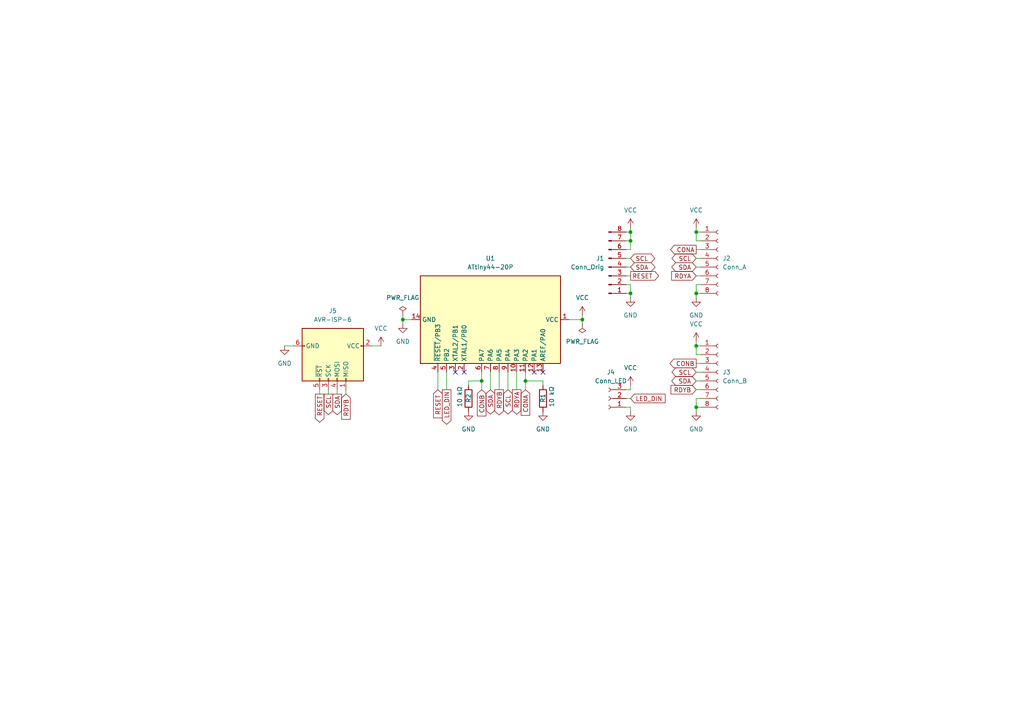
<source format=kicad_sch>
(kicad_sch (version 20211123) (generator eeschema)
  (paper "A4")
  (lib_symbols
    (symbol "Connector:AVR-ISP-6" (pin_names (offset 1.016))
      (property "Reference" "J" (at -6.35 11.43 0))
      (property "Value" "AVR-ISP-6" (at 0 11.43 0))
      (symbol "AVR-ISP-6_0_1"
        (rectangle (start -2.667 -6.858) (end -2.413 -7.62))
        (rectangle (start -2.667 10.16) (end -2.413 9.398))
        (rectangle (start 7.62 -2.413) (end 6.858 -2.667))
        (rectangle (start 7.62 0.127) (end 6.858 -0.127))
        (rectangle (start 7.62 2.667) (end 6.858 2.413))
        (rectangle (start 7.62 5.207) (end 6.858 4.953))
        (rectangle (start 7.62 10.16) (end -7.62 -7.62) (stroke (width 0.254)) (fill (type background)))
      )
      (symbol "AVR-ISP-6_1_1"
        (pin passive line (at 10.16 5.08 180) (length 2.54) (name "MISO") (number "1"))
        (pin passive line (at -2.54 12.7 270) (length 2.54) (name "VCC") (number "2"))
        (pin passive line (at 10.16 0 180) (length 2.54) (name "SCK") (number "3"))
        (pin passive line (at 10.16 2.54 180) (length 2.54) (name "MOSI") (number "4"))
        (pin passive line (at 10.16 -2.54 180) (length 2.54) (name "~{RST}") (number "5"))
        (pin passive line (at -2.54 -10.16 90) (length 2.54) (name "GND") (number "6"))
      )
    )
    (symbol "Connector:Conn_01x03_Female" (pin_names (offset 1.016) hide)
      (property "Reference" "J" (at 0 5.08 0))
      (property "Value" "Conn_01x03_Female" (at 0 -5.08 0))
      (symbol "Conn_01x03_Female_1_1"
        (arc (start 0 -2.032) (mid -0.508 -2.54) (end 0 -3.048) (stroke (width 0.1524)))
        (polyline (pts (xy -1.27 -2.54) (xy -0.508 -2.54)) (stroke (width 0.1524)))
        (polyline (pts (xy -1.27 0) (xy -0.508 0)) (stroke (width 0.1524)))
        (polyline (pts (xy -1.27 2.54) (xy -0.508 2.54)) (stroke (width 0.1524)))
        (arc (start 0 0.508) (mid -0.508 0) (end 0 -0.508) (stroke (width 0.1524)))
        (arc (start 0 3.048) (mid -0.508 2.54) (end 0 2.032) (stroke (width 0.1524)))
        (pin passive line (at -5.08 2.54 0) (length 3.81) (name "Pin_1") (number "1"))
        (pin passive line (at -5.08 0 0) (length 3.81) (name "Pin_2") (number "2"))
        (pin passive line (at -5.08 -2.54 0) (length 3.81) (name "Pin_3") (number "3"))
      )
    )
    (symbol "Connector:Conn_01x08_Female" (pin_names (offset 1.016) hide)
      (property "Reference" "J" (at 0 10.16 0))
      (property "Value" "Conn_01x08_Female" (at 0 -12.7 0))
      (symbol "Conn_01x08_Female_1_1"
        (arc (start 0 -9.652) (mid -0.508 -10.16) (end 0 -10.668) (stroke (width 0.1524)))
        (arc (start 0 -7.112) (mid -0.508 -7.62) (end 0 -8.128) (stroke (width 0.1524)))
        (arc (start 0 -4.572) (mid -0.508 -5.08) (end 0 -5.588) (stroke (width 0.1524)))
        (arc (start 0 -2.032) (mid -0.508 -2.54) (end 0 -3.048) (stroke (width 0.1524)))
        (polyline (pts (xy -1.27 -10.16) (xy -0.508 -10.16)) (stroke (width 0.1524)))
        (polyline (pts (xy -1.27 -7.62) (xy -0.508 -7.62)) (stroke (width 0.1524)))
        (polyline (pts (xy -1.27 -5.08) (xy -0.508 -5.08)) (stroke (width 0.1524)))
        (polyline (pts (xy -1.27 -2.54) (xy -0.508 -2.54)) (stroke (width 0.1524)))
        (polyline (pts (xy -1.27 0) (xy -0.508 0)) (stroke (width 0.1524)))
        (polyline (pts (xy -1.27 2.54) (xy -0.508 2.54)) (stroke (width 0.1524)))
        (polyline (pts (xy -1.27 5.08) (xy -0.508 5.08)) (stroke (width 0.1524)))
        (polyline (pts (xy -1.27 7.62) (xy -0.508 7.62)) (stroke (width 0.1524)))
        (arc (start 0 0.508) (mid -0.508 0) (end 0 -0.508) (stroke (width 0.1524)))
        (arc (start 0 3.048) (mid -0.508 2.54) (end 0 2.032) (stroke (width 0.1524)))
        (arc (start 0 5.588) (mid -0.508 5.08) (end 0 4.572) (stroke (width 0.1524)))
        (arc (start 0 8.128) (mid -0.508 7.62) (end 0 7.112) (stroke (width 0.1524)))
        (pin passive line (at -5.08 7.62 0) (length 3.81) (name "Pin_1") (number "1"))
        (pin passive line (at -5.08 5.08 0) (length 3.81) (name "Pin_2") (number "2"))
        (pin passive line (at -5.08 2.54 0) (length 3.81) (name "Pin_3") (number "3"))
        (pin passive line (at -5.08 0 0) (length 3.81) (name "Pin_4") (number "4"))
        (pin passive line (at -5.08 -2.54 0) (length 3.81) (name "Pin_5") (number "5"))
        (pin passive line (at -5.08 -5.08 0) (length 3.81) (name "Pin_6") (number "6"))
        (pin passive line (at -5.08 -7.62 0) (length 3.81) (name "Pin_7") (number "7"))
        (pin passive line (at -5.08 -10.16 0) (length 3.81) (name "Pin_8") (number "8"))
      )
    )
    (symbol "Connector:Conn_01x08_Male" (pin_names (offset 1.016) hide)
      (property "Reference" "J" (at 0 10.16 0))
      (property "Value" "Conn_01x08_Male" (at 0 -12.7 0))
      (symbol "Conn_01x08_Male_1_1"
        (polyline (pts (xy 1.27 -10.16) (xy 0.8636 -10.16)) (stroke (width 0.1524)))
        (polyline (pts (xy 1.27 -7.62) (xy 0.8636 -7.62)) (stroke (width 0.1524)))
        (polyline (pts (xy 1.27 -5.08) (xy 0.8636 -5.08)) (stroke (width 0.1524)))
        (polyline (pts (xy 1.27 -2.54) (xy 0.8636 -2.54)) (stroke (width 0.1524)))
        (polyline (pts (xy 1.27 0) (xy 0.8636 0)) (stroke (width 0.1524)))
        (polyline (pts (xy 1.27 2.54) (xy 0.8636 2.54)) (stroke (width 0.1524)))
        (polyline (pts (xy 1.27 5.08) (xy 0.8636 5.08)) (stroke (width 0.1524)))
        (polyline (pts (xy 1.27 7.62) (xy 0.8636 7.62)) (stroke (width 0.1524)))
        (rectangle (start 0.8636 -10.033) (end 0 -10.287) (stroke (width 0.1524)) (fill (type outline)))
        (rectangle (start 0.8636 -7.493) (end 0 -7.747) (stroke (width 0.1524)) (fill (type outline)))
        (rectangle (start 0.8636 -4.953) (end 0 -5.207) (stroke (width 0.1524)) (fill (type outline)))
        (rectangle (start 0.8636 -2.413) (end 0 -2.667) (stroke (width 0.1524)) (fill (type outline)))
        (rectangle (start 0.8636 0.127) (end 0 -0.127) (stroke (width 0.1524)) (fill (type outline)))
        (rectangle (start 0.8636 2.667) (end 0 2.413) (stroke (width 0.1524)) (fill (type outline)))
        (rectangle (start 0.8636 5.207) (end 0 4.953) (stroke (width 0.1524)) (fill (type outline)))
        (rectangle (start 0.8636 7.747) (end 0 7.493) (stroke (width 0.1524)) (fill (type outline)))
        (pin passive line (at 5.08 7.62 180) (length 3.81) (name "Pin_1") (number "1"))
        (pin passive line (at 5.08 5.08 180) (length 3.81) (name "Pin_2") (number "2"))
        (pin passive line (at 5.08 2.54 180) (length 3.81) (name "Pin_3") (number "3"))
        (pin passive line (at 5.08 0 180) (length 3.81) (name "Pin_4") (number "4"))
        (pin passive line (at 5.08 -2.54 180) (length 3.81) (name "Pin_5") (number "5"))
        (pin passive line (at 5.08 -5.08 180) (length 3.81) (name "Pin_6") (number "6"))
        (pin passive line (at 5.08 -7.62 180) (length 3.81) (name "Pin_7") (number "7"))
        (pin passive line (at 5.08 -10.16 180) (length 3.81) (name "Pin_8") (number "8"))
      )
    )
    (symbol "Device:R" (pin_numbers hide) (pin_names (offset 0))
      (property "Reference" "R" (at 2.032 0 90))
      (property "Value" "R" (at 0 0 90))
      (symbol "R_0_1"
        (rectangle (start -1.016 -2.54) (end 1.016 2.54) (stroke (width 0.254)))
      )
      (symbol "R_1_1"
        (pin passive line (at 0 3.81 270) (length 1.27) (name "~") (number "1"))
        (pin passive line (at 0 -3.81 90) (length 1.27) (name "~") (number "2"))
      )
    )
    (symbol "MCU_Microchip_ATtiny:ATtiny44-20P"
      (property "Reference" "U" (at -12.7 21.59 0))
      (property "Value" "ATtiny44-20P" (at 2.54 -21.59 0))
      (symbol "ATtiny44-20P_0_1"
        (rectangle (start -12.7 -20.32) (end 12.7 20.32) (stroke (width 0.254)) (fill (type background)))
      )
      (symbol "ATtiny44-20P_1_1"
        (pin power_in line (at 0 22.86 270) (length 2.54) (name "VCC") (number "1"))
        (pin bidirectional line (at 15.24 7.62 180) (length 2.54) (name "PA3") (number "10"))
        (pin bidirectional line (at 15.24 10.16 180) (length 2.54) (name "PA2") (number "11"))
        (pin bidirectional line (at 15.24 12.7 180) (length 2.54) (name "PA1") (number "12"))
        (pin bidirectional line (at 15.24 15.24 180) (length 2.54) (name "AREF/PA0") (number "13"))
        (pin power_in line (at 0 -22.86 90) (length 2.54) (name "GND") (number "14"))
        (pin bidirectional line (at 15.24 -7.62 180) (length 2.54) (name "XTAL1/PB0") (number "2"))
        (pin bidirectional line (at 15.24 -10.16 180) (length 2.54) (name "XTAL2/PB1") (number "3"))
        (pin bidirectional line (at 15.24 -15.24 180) (length 2.54) (name "~{RESET}/PB3") (number "4"))
        (pin bidirectional line (at 15.24 -12.7 180) (length 2.54) (name "PB2") (number "5"))
        (pin bidirectional line (at 15.24 -2.54 180) (length 2.54) (name "PA7") (number "6"))
        (pin bidirectional line (at 15.24 0 180) (length 2.54) (name "PA6") (number "7"))
        (pin bidirectional line (at 15.24 2.54 180) (length 2.54) (name "PA5") (number "8"))
        (pin bidirectional line (at 15.24 5.08 180) (length 2.54) (name "PA4") (number "9"))
      )
    )
    (symbol "power:GND" (power) (pin_names (offset 0))
      (property "Value" "GND" (at 0 -3.81 0))
      (symbol "GND_0_1"
        (polyline (pts (xy 0 0) (xy 0 -1.27) (xy 1.27 -1.27) (xy 0 -2.54) (xy -1.27 -1.27) (xy 0 -1.27)))
      )
      (symbol "GND_1_1"
        (pin power_in line (at 0 0 270) (length 0) hide (name "GND") (number "1"))
      )
    )
    (symbol "power:PWR_FLAG" (power) (pin_numbers hide) (pin_names (offset 0) hide)
      (property "Value" "PWR_FLAG" (at 0 3.81 0))
      (symbol "PWR_FLAG_0_0"
        (pin power_out line (at 0 0 90) (length 0) (name "pwr") (number "1"))
      )
      (symbol "PWR_FLAG_0_1"
        (polyline (pts (xy 0 0) (xy 0 1.27) (xy -1.016 1.905) (xy 0 2.54) (xy 1.016 1.905) (xy 0 1.27)))
      )
    )
    (symbol "power:VCC" (power) (pin_names (offset 0))
      (property "Value" "VCC" (at 0 3.81 0))
      (symbol "VCC_0_1"
        (polyline (pts (xy -0.762 1.27) (xy 0 2.54)))
        (polyline (pts (xy 0 0) (xy 0 2.54)))
        (polyline (pts (xy 0 2.54) (xy 0.762 1.27)))
      )
      (symbol "VCC_1_1"
        (pin power_in line (at 0 0 90) (length 0) hide (name "VCC") (number "1"))
      )
    )
  )
  (junction (at 139.7 110.49))
  (junction (at 116.84 92.71))
  (junction (at 201.93 100.33))
  (junction (at 201.93 85.09))
  (junction (at 201.93 67.31))
  (junction (at 182.88 69.85))
  (junction (at 152.4 110.49))
  (junction (at 168.91 92.71))
  (junction (at 201.93 118.11))
  (junction (at 182.88 67.31))
  (junction (at 182.88 85.09))
  (no_connect (at 134.62 107.95))
  (no_connect (at 154.94 107.95))
  (no_connect (at 132.08 107.95))
  (no_connect (at 157.48 107.95))
  (wire (pts (xy 147.32 107.95) (xy 147.32 113.03)))
  (wire (pts (xy 203.2 102.87) (xy 201.93 102.87)))
  (wire (pts (xy 92.71 114.3) (xy 92.71 113.03)))
  (wire (pts (xy 201.93 67.31) (xy 201.93 66.04)))
  (wire (pts (xy 201.93 100.33) (xy 203.2 100.33)))
  (wire (pts (xy 181.61 80.01) (xy 182.88 80.01)))
  (wire (pts (xy 129.54 107.95) (xy 129.54 113.03)))
  (wire (pts (xy 116.84 91.44) (xy 116.84 92.71)))
  (wire (pts (xy 181.61 82.55) (xy 182.88 82.55)))
  (wire (pts (xy 182.88 113.03) (xy 181.61 113.03)))
  (wire (pts (xy 201.93 102.87) (xy 201.93 100.33)))
  (wire (pts (xy 97.79 114.3) (xy 97.79 113.03)))
  (wire (pts (xy 201.93 72.39) (xy 203.2 72.39)))
  (wire (pts (xy 168.91 92.71) (xy 165.1 92.71)))
  (wire (pts (xy 168.91 93.98) (xy 168.91 92.71)))
  (wire (pts (xy 100.33 114.3) (xy 100.33 113.03)))
  (wire (pts (xy 201.93 86.36) (xy 201.93 85.09)))
  (wire (pts (xy 135.89 111.76) (xy 135.89 110.49)))
  (wire (pts (xy 181.61 69.85) (xy 182.88 69.85)))
  (wire (pts (xy 116.84 92.71) (xy 119.38 92.71)))
  (wire (pts (xy 152.4 110.49) (xy 152.4 113.03)))
  (wire (pts (xy 201.93 100.33) (xy 201.93 99.06)))
  (wire (pts (xy 181.61 77.47) (xy 182.88 77.47)))
  (wire (pts (xy 201.93 82.55) (xy 203.2 82.55)))
  (wire (pts (xy 152.4 107.95) (xy 152.4 110.49)))
  (wire (pts (xy 139.7 110.49) (xy 139.7 113.03)))
  (wire (pts (xy 181.61 74.93) (xy 182.88 74.93)))
  (wire (pts (xy 181.61 115.57) (xy 182.88 115.57)))
  (wire (pts (xy 181.61 67.31) (xy 182.88 67.31)))
  (wire (pts (xy 182.88 82.55) (xy 182.88 85.09)))
  (wire (pts (xy 181.61 72.39) (xy 182.88 72.39)))
  (wire (pts (xy 181.61 118.11) (xy 182.88 118.11)))
  (wire (pts (xy 201.93 118.11) (xy 201.93 115.57)))
  (wire (pts (xy 201.93 105.41) (xy 203.2 105.41)))
  (wire (pts (xy 181.61 85.09) (xy 182.88 85.09)))
  (wire (pts (xy 201.93 67.31) (xy 203.2 67.31)))
  (wire (pts (xy 182.88 111.76) (xy 182.88 113.03)))
  (wire (pts (xy 82.55 100.33) (xy 85.09 100.33)))
  (wire (pts (xy 201.93 85.09) (xy 201.93 82.55)))
  (wire (pts (xy 182.88 118.11) (xy 182.88 119.38)))
  (wire (pts (xy 182.88 72.39) (xy 182.88 69.85)))
  (wire (pts (xy 157.48 111.76) (xy 157.48 110.49)))
  (wire (pts (xy 157.48 110.49) (xy 152.4 110.49)))
  (wire (pts (xy 201.93 77.47) (xy 203.2 77.47)))
  (wire (pts (xy 168.91 91.44) (xy 168.91 92.71)))
  (wire (pts (xy 203.2 69.85) (xy 201.93 69.85)))
  (wire (pts (xy 135.89 110.49) (xy 139.7 110.49)))
  (wire (pts (xy 144.78 107.95) (xy 144.78 113.03)))
  (wire (pts (xy 116.84 93.98) (xy 116.84 92.71)))
  (wire (pts (xy 182.88 69.85) (xy 182.88 67.31)))
  (wire (pts (xy 201.93 113.03) (xy 203.2 113.03)))
  (wire (pts (xy 95.25 114.3) (xy 95.25 113.03)))
  (wire (pts (xy 127 107.95) (xy 127 113.03)))
  (wire (pts (xy 182.88 85.09) (xy 182.88 86.36)))
  (wire (pts (xy 201.93 119.38) (xy 201.93 118.11)))
  (wire (pts (xy 110.49 100.33) (xy 107.95 100.33)))
  (wire (pts (xy 149.86 107.95) (xy 149.86 113.03)))
  (wire (pts (xy 201.93 115.57) (xy 203.2 115.57)))
  (wire (pts (xy 201.93 69.85) (xy 201.93 67.31)))
  (wire (pts (xy 201.93 107.95) (xy 203.2 107.95)))
  (wire (pts (xy 139.7 107.95) (xy 139.7 110.49)))
  (wire (pts (xy 182.88 67.31) (xy 182.88 66.04)))
  (wire (pts (xy 142.24 107.95) (xy 142.24 113.03)))
  (wire (pts (xy 201.93 85.09) (xy 203.2 85.09)))
  (wire (pts (xy 201.93 74.93) (xy 203.2 74.93)))
  (wire (pts (xy 201.93 80.01) (xy 203.2 80.01)))
  (wire (pts (xy 201.93 118.11) (xy 203.2 118.11)))
  (wire (pts (xy 201.93 110.49) (xy 203.2 110.49)))
  (global_label "SDA" (shape output) (at 97.79 114.3 270) (property "Intersheet References" "${INTERSHEET_REFS}" (effects hide)))
  (global_label "SCL" (shape output) (at 95.25 114.3 270) (property "Intersheet References" "${INTERSHEET_REFS}" (effects hide)))
  (global_label "SCL" (shape bidirectional) (at 201.93 107.95 180) (property "Intersheet References" "${INTERSHEET_REFS}" (effects hide)))
  (global_label "LED_DIN" (shape input) (at 182.88 115.57 0) (property "Intersheet References" "${INTERSHEET_REFS}" (effects hide)))
  (global_label "RESET" (shape output) (at 182.88 80.01 0) (property "Intersheet References" "${INTERSHEET_REFS}" (effects hide)))
  (global_label "RDYB" (shape input) (at 100.33 114.3 270) (property "Intersheet References" "${INTERSHEET_REFS}" (effects hide)))
  (global_label "SDA" (shape bidirectional) (at 142.24 113.03 270) (property "Intersheet References" "${INTERSHEET_REFS}" (effects hide)))
  (global_label "LED_DIN" (shape output) (at 129.54 113.03 270) (property "Intersheet References" "${INTERSHEET_REFS}" (effects hide)))
  (global_label "RDYB" (shape input) (at 201.93 113.03 180) (property "Intersheet References" "${INTERSHEET_REFS}" (effects hide)))
  (global_label "SCL" (shape bidirectional) (at 147.32 113.03 270) (property "Intersheet References" "${INTERSHEET_REFS}" (effects hide)))
  (global_label "SDA" (shape bidirectional) (at 182.88 77.47 0) (property "Intersheet References" "${INTERSHEET_REFS}" (effects hide)))
  (global_label "SDA" (shape bidirectional) (at 201.93 110.49 180) (property "Intersheet References" "${INTERSHEET_REFS}" (effects hide)))
  (global_label "RESET" (shape output) (at 92.71 114.3 270) (property "Intersheet References" "${INTERSHEET_REFS}" (effects hide)))
  (global_label "RDYA" (shape input) (at 201.93 80.01 180) (property "Intersheet References" "${INTERSHEET_REFS}" (effects hide)))
  (global_label "SDA" (shape bidirectional) (at 201.93 77.47 180) (property "Intersheet References" "${INTERSHEET_REFS}" (effects hide)))
  (global_label "CONA" (shape output) (at 201.93 72.39 180) (property "Intersheet References" "${INTERSHEET_REFS}" (effects hide)))
  (global_label "SCL" (shape bidirectional) (at 201.93 74.93 180) (property "Intersheet References" "${INTERSHEET_REFS}" (effects hide)))
  (global_label "CONB" (shape output) (at 201.93 105.41 180) (property "Intersheet References" "${INTERSHEET_REFS}" (effects hide)))
  (global_label "CONA" (shape input) (at 152.4 113.03 270) (property "Intersheet References" "${INTERSHEET_REFS}" (effects hide)))
  (global_label "RESET" (shape input) (at 127 113.03 270) (property "Intersheet References" "${INTERSHEET_REFS}" (effects hide)))
  (global_label "CONB" (shape input) (at 139.7 113.03 270) (property "Intersheet References" "${INTERSHEET_REFS}" (effects hide)))
  (global_label "RDYB" (shape output) (at 144.78 113.03 270) (property "Intersheet References" "${INTERSHEET_REFS}" (effects hide)))
  (global_label "SCL" (shape bidirectional) (at 182.88 74.93 0) (property "Intersheet References" "${INTERSHEET_REFS}" (effects hide)))
  (global_label "RDYA" (shape output) (at 149.86 113.03 270) (property "Intersheet References" "${INTERSHEET_REFS}" (effects hide)))
  (symbol (lib_id "power:PWR_FLAG") (at 116.84 91.44 0) (unit 1)
    (property "Reference" "#FLG0101" (effects hide))
    (property "Value" "PWR_FLAG" (at 116.84 86.36 0))
  )
  (symbol (lib_id "Connector:Conn_01x03_Female") (at 176.53 115.57 180) (unit 1)
    (property "Reference" "J4" (at 177.165 107.95 0))
    (property "Value" "Conn_LED" (at 177.165 110.49 0))
    (property "Footprint" "Connector_PinSocket_2.54mm:PinSocket_1x03_P2.54mm_Horizontal" (effects hide))
  )
  (symbol (lib_id "MCU_Microchip_ATtiny:ATtiny44-20P") (at 142.24 92.71 270) (unit 1)
    (property "Reference" "U1" (at 142.24 74.93 90))
    (property "Value" "ATtiny44-20P" (at 142.24 77.47 90))
    (property "Footprint" "Package_DIP:DIP-14_W7.62mm_Socket" (effects hide))
    (property "Datasheet" "http://ww1.microchip.com/downloads/en/DeviceDoc/doc8006.pdf" (effects hide))
  )
  (symbol (lib_id "Connector:Conn_01x08_Male") (at 176.53 77.47 0) (mirror x) (unit 1)
    (property "Reference" "J1" (at 175.26 74.9299 0) (effects (justify right)))
    (property "Value" "Conn_Orig" (at 175.26 77.4699 0) (effects (justify right)))
    (property "Footprint" "Connector_PinHeader_2.54mm:PinHeader_1x08_P2.54mm_Vertical" (effects hide))
  )
  (symbol (lib_id "power:PWR_FLAG") (at 168.91 93.98 180) (unit 1)
    (property "Reference" "#FLG0102" (effects hide))
    (property "Value" "PWR_FLAG" (at 168.91 99.06 0))
  )
  (symbol (lib_id "Connector:AVR-ISP-6") (at 95.25 102.87 270) (unit 1)
    (property "Reference" "J5" (at 96.52 90.17 90))
    (property "Value" "AVR-ISP-6" (at 96.52 92.71 90))
    (property "Footprint" "Connector_PinHeader_2.54mm:PinHeader_2x03_P2.54mm_Horizontal" (effects hide))
    (property "Datasheet" " ~" (effects hide))
  )
  (symbol (lib_id "Device:R") (at 157.48 115.57 0) (unit 1)
    (property "Reference" "R1" (at 157.48 116.84 90) (effects (justify left)))
    (property "Value" "10 kΩ" (at 160.02 118.11 90) (effects (justify left)))
    (property "Footprint" "Resistor_THT:R_Axial_DIN0207_L6.3mm_D2.5mm_P7.62mm_Horizontal" (effects hide))
  )
  (symbol (lib_id "power:GND") (at 116.84 93.98 0) (unit 1)
    (property "Reference" "#PWR04" (effects hide))
    (property "Value" "GND" (at 116.84 99.06 0))
  )
  (symbol (lib_id "power:GND") (at 182.88 119.38 0) (unit 1)
    (property "Reference" "#PWR03" (effects hide))
    (property "Value" "GND" (at 182.88 124.46 0))
  )
  (symbol (lib_id "power:GND") (at 135.89 119.38 0) (unit 1)
    (property "Reference" "#PWR05" (effects hide))
    (property "Value" "GND" (at 135.89 124.46 0))
  )
  (symbol (lib_id "power:VCC") (at 201.93 66.04 0) (unit 1)
    (property "Reference" "#PWR0103" (effects hide))
    (property "Value" "VCC" (at 201.93 60.96 0))
  )
  (symbol (lib_id "power:GND") (at 82.55 100.33 0) (unit 1)
    (property "Reference" "#PWR01" (effects hide))
    (property "Value" "GND" (at 82.55 105.41 0))
  )
  (symbol (lib_id "power:VCC") (at 110.49 100.33 0) (unit 1)
    (property "Reference" "#PWR02" (effects hide))
    (property "Value" "VCC" (at 110.49 95.25 0))
  )
  (symbol (lib_id "power:VCC") (at 168.91 91.44 0) (unit 1)
    (property "Reference" "#PWR0105" (effects hide))
    (property "Value" "VCC" (at 168.91 86.36 0))
  )
  (symbol (lib_id "power:VCC") (at 182.88 111.76 0) (unit 1)
    (property "Reference" "#PWR0107" (effects hide))
    (property "Value" "VCC" (at 182.88 106.68 0))
  )
  (symbol (lib_id "power:GND") (at 201.93 86.36 0) (unit 1)
    (property "Reference" "#PWR0102" (effects hide))
    (property "Value" "GND" (at 201.93 91.44 0))
  )
  (symbol (lib_id "power:VCC") (at 182.88 66.04 0) (unit 1)
    (property "Reference" "#PWR0104" (effects hide))
    (property "Value" "VCC" (at 182.88 60.96 0))
  )
  (symbol (lib_id "power:GND") (at 201.93 119.38 0) (unit 1)
    (property "Reference" "#PWR0108" (effects hide))
    (property "Value" "GND" (at 201.93 124.46 0))
  )
  (symbol (lib_id "Device:R") (at 135.89 115.57 0) (unit 1)
    (property "Reference" "R2" (at 135.89 116.84 90) (effects (justify left)))
    (property "Value" "10 kΩ" (at 133.35 118.11 90) (effects (justify left)))
    (property "Footprint" "Resistor_THT:R_Axial_DIN0207_L6.3mm_D2.5mm_P7.62mm_Horizontal" (effects hide))
  )
  (symbol (lib_id "power:GND") (at 157.48 119.38 0) (unit 1)
    (property "Reference" "#PWR06" (effects hide))
    (property "Value" "GND" (at 157.48 124.46 0))
  )
  (symbol (lib_id "Connector:Conn_01x08_Female") (at 208.28 107.95 0) (unit 1)
    (property "Reference" "J3" (at 209.55 107.9499 0) (effects (justify left)))
    (property "Value" "Conn_B" (at 209.55 110.4899 0) (effects (justify left)))
    (property "Footprint" "Connector_PinSocket_2.54mm:PinSocket_2x04_P2.54mm_Horizontal" (effects hide))
  )
  (symbol (lib_id "power:GND") (at 182.88 86.36 0) (unit 1)
    (property "Reference" "#PWR0101" (effects hide))
    (property "Value" "GND" (at 182.88 91.44 0))
  )
  (symbol (lib_id "Connector:Conn_01x08_Female") (at 208.28 74.93 0) (unit 1)
    (property "Reference" "J2" (at 209.55 74.9299 0) (effects (justify left)))
    (property "Value" "Conn_A" (at 209.55 77.4699 0) (effects (justify left)))
    (property "Footprint" "Connector_PinSocket_2.54mm:PinSocket_2x04_P2.54mm_Horizontal" (effects hide))
  )
  (symbol (lib_id "power:VCC") (at 201.93 99.06 0) (unit 1)
    (property "Reference" "#PWR0106" (effects hide))
    (property "Value" "VCC" (at 201.93 93.98 0))
  )
)
</source>
